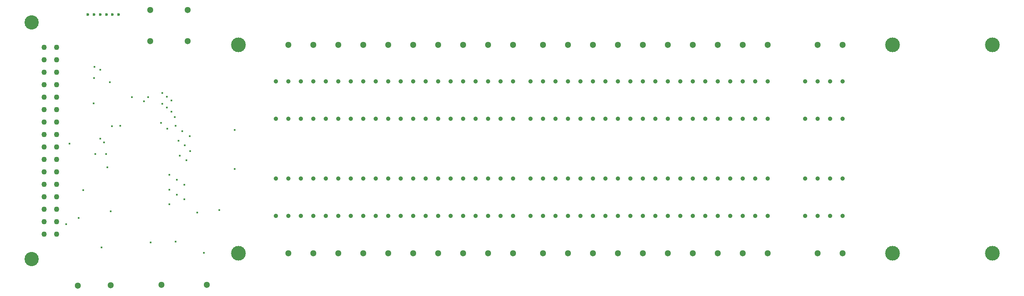
<source format=gbr>
%TF.GenerationSoftware,Altium Limited,Altium Designer,20.0.1 (14)*%
G04 Layer_Color=0*
%FSLAX25Y25*%
%MOIN*%
%TF.FileFunction,Plated,1,2,PTH,Drill*%
%TF.Part,Single*%
G01*
G75*
%TA.AperFunction,ComponentDrill*%
%ADD58C,0.03543*%
%ADD59C,0.05118*%
%ADD60C,0.05118*%
%ADD61C,0.11417*%
%ADD62C,0.04331*%
%ADD63C,0.02362*%
%TA.AperFunction,ViaDrill,NotFilled*%
%ADD64C,0.01575*%
%ADD65C,0.11811*%
D58*
X379724Y-57378D02*
D03*
X389724D02*
D03*
X379724Y-27378D02*
D03*
X389724D02*
D03*
X409724D02*
D03*
X399724D02*
D03*
X409724Y-57378D02*
D03*
X399724D02*
D03*
X419724D02*
D03*
X429724D02*
D03*
X419724Y-27378D02*
D03*
X429724D02*
D03*
X449724D02*
D03*
X439724D02*
D03*
X449724Y-57378D02*
D03*
X439724D02*
D03*
X459724D02*
D03*
X469724D02*
D03*
X459724Y-27378D02*
D03*
X469724D02*
D03*
X489724D02*
D03*
X479724D02*
D03*
X489724Y-57378D02*
D03*
X479724D02*
D03*
X499724D02*
D03*
X509724D02*
D03*
X499724Y-27378D02*
D03*
X509724D02*
D03*
X529724D02*
D03*
X519724D02*
D03*
X529724Y-57378D02*
D03*
X519724D02*
D03*
X539724D02*
D03*
X549724D02*
D03*
X539724Y-27378D02*
D03*
X549724D02*
D03*
X569724D02*
D03*
X559724D02*
D03*
X569724Y-57378D02*
D03*
X559724D02*
D03*
X175787D02*
D03*
X185787D02*
D03*
X175787Y-27378D02*
D03*
X185787D02*
D03*
X205787D02*
D03*
X195787D02*
D03*
X205787Y-57378D02*
D03*
X195787D02*
D03*
X215787D02*
D03*
X225787D02*
D03*
X215787Y-27378D02*
D03*
X225787D02*
D03*
X245787D02*
D03*
X235787D02*
D03*
X245787Y-57378D02*
D03*
X235787D02*
D03*
X255787D02*
D03*
X265787D02*
D03*
X255787Y-27378D02*
D03*
X265787D02*
D03*
X285787D02*
D03*
X275787D02*
D03*
X285787Y-57378D02*
D03*
X275787D02*
D03*
X295787D02*
D03*
X305787D02*
D03*
X295787Y-27378D02*
D03*
X305787D02*
D03*
X325787D02*
D03*
X315787D02*
D03*
X325787Y-57378D02*
D03*
X315787D02*
D03*
X335787D02*
D03*
X345787D02*
D03*
X335787Y-27378D02*
D03*
X345787D02*
D03*
X365787D02*
D03*
X355787D02*
D03*
X365787Y-57378D02*
D03*
X355787D02*
D03*
X389724Y-105378D02*
D03*
X379724D02*
D03*
X389724Y-135378D02*
D03*
X379724D02*
D03*
X399724D02*
D03*
X409724D02*
D03*
X399724Y-105378D02*
D03*
X409724D02*
D03*
X429724D02*
D03*
X419724D02*
D03*
X429724Y-135378D02*
D03*
X419724D02*
D03*
X439724D02*
D03*
X449724D02*
D03*
X439724Y-105378D02*
D03*
X449724D02*
D03*
X469724D02*
D03*
X459724D02*
D03*
X469724Y-135378D02*
D03*
X459724D02*
D03*
X479724D02*
D03*
X489724D02*
D03*
X479724Y-105378D02*
D03*
X489724D02*
D03*
X509724D02*
D03*
X499724D02*
D03*
X509724Y-135378D02*
D03*
X499724D02*
D03*
X519724D02*
D03*
X529724D02*
D03*
X519724Y-105378D02*
D03*
X529724D02*
D03*
X549724D02*
D03*
X539724D02*
D03*
X549724Y-135378D02*
D03*
X539724D02*
D03*
X559724D02*
D03*
X569724D02*
D03*
X559724Y-105378D02*
D03*
X569724D02*
D03*
X185787D02*
D03*
X175787D02*
D03*
X185787Y-135378D02*
D03*
X175787D02*
D03*
X195787D02*
D03*
X205787D02*
D03*
X195787Y-105378D02*
D03*
X205787D02*
D03*
X225787D02*
D03*
X215787D02*
D03*
X225787Y-135378D02*
D03*
X215787D02*
D03*
X235787D02*
D03*
X245787D02*
D03*
X235787Y-105378D02*
D03*
X245787D02*
D03*
X265787D02*
D03*
X255787D02*
D03*
X265787Y-135378D02*
D03*
X255787D02*
D03*
X275787D02*
D03*
X285787D02*
D03*
X275787Y-105378D02*
D03*
X285787D02*
D03*
X305787D02*
D03*
X295787D02*
D03*
X305787Y-135378D02*
D03*
X295787D02*
D03*
X315787D02*
D03*
X325787D02*
D03*
X315787Y-105378D02*
D03*
X325787D02*
D03*
X345787D02*
D03*
X335787D02*
D03*
X345787Y-135378D02*
D03*
X335787D02*
D03*
X355787D02*
D03*
X365787D02*
D03*
X355787Y-105378D02*
D03*
X365787D02*
D03*
X599724Y-57378D02*
D03*
X609724D02*
D03*
X599724Y-27378D02*
D03*
X609724D02*
D03*
X629724D02*
D03*
X619724D02*
D03*
X629724Y-57378D02*
D03*
X619724D02*
D03*
X609724Y-105378D02*
D03*
X599724D02*
D03*
X609724Y-135378D02*
D03*
X599724D02*
D03*
X619724D02*
D03*
X629724D02*
D03*
X619724Y-105378D02*
D03*
X629724D02*
D03*
D59*
X105000Y5000D02*
D03*
X83987Y-190678D02*
D03*
X17087Y-191378D02*
D03*
X629724Y1945D02*
D03*
X609724D02*
D03*
X629724Y-165378D02*
D03*
X609724D02*
D03*
X569724Y1945D02*
D03*
X549724D02*
D03*
X529724D02*
D03*
X509724D02*
D03*
X489724D02*
D03*
X469724D02*
D03*
X449724D02*
D03*
X429724D02*
D03*
X409724D02*
D03*
X389724D02*
D03*
X185787D02*
D03*
X205787D02*
D03*
X225787D02*
D03*
X245787D02*
D03*
X265787D02*
D03*
X285787D02*
D03*
X305787D02*
D03*
X325787D02*
D03*
X345787D02*
D03*
X365787D02*
D03*
X389724Y-165378D02*
D03*
X409724D02*
D03*
X429724D02*
D03*
X449724D02*
D03*
X469724D02*
D03*
X489724D02*
D03*
X509724D02*
D03*
X529724D02*
D03*
X549724D02*
D03*
X569724D02*
D03*
X365787D02*
D03*
X345787D02*
D03*
X325787D02*
D03*
X305787D02*
D03*
X285787D02*
D03*
X265787D02*
D03*
X245787D02*
D03*
X225787D02*
D03*
X205787D02*
D03*
X185787D02*
D03*
D60*
X75000Y5000D02*
D03*
X105000Y30000D02*
D03*
X75000D02*
D03*
X120287Y-190678D02*
D03*
X43387Y-190778D02*
D03*
D61*
X-20000Y20000D02*
D03*
Y-170000D02*
D03*
D62*
X-10000Y0D02*
D03*
Y-10000D02*
D03*
Y-20000D02*
D03*
Y-30000D02*
D03*
Y-40000D02*
D03*
Y-50000D02*
D03*
Y-60000D02*
D03*
Y-70000D02*
D03*
Y-80000D02*
D03*
Y-90000D02*
D03*
Y-100000D02*
D03*
Y-110000D02*
D03*
Y-120000D02*
D03*
Y-130000D02*
D03*
Y-140000D02*
D03*
Y-150000D02*
D03*
X0Y0D02*
D03*
Y-10000D02*
D03*
Y-20000D02*
D03*
Y-30000D02*
D03*
Y-40000D02*
D03*
Y-50000D02*
D03*
Y-60000D02*
D03*
Y-70000D02*
D03*
Y-80000D02*
D03*
Y-90000D02*
D03*
Y-100000D02*
D03*
Y-110000D02*
D03*
Y-120000D02*
D03*
Y-130000D02*
D03*
Y-140000D02*
D03*
Y-150000D02*
D03*
D63*
X25166Y26522D02*
D03*
X30087D02*
D03*
X35009D02*
D03*
X39930D02*
D03*
X44851D02*
D03*
X49772D02*
D03*
D64*
X95400Y-156000D02*
D03*
X118000Y-164900D02*
D03*
X142871Y-97538D02*
D03*
Y-66142D02*
D03*
X42800Y-27900D02*
D03*
X60400Y-40100D02*
D03*
X106900Y-71400D02*
D03*
X75500Y-156500D02*
D03*
X36000Y-160500D02*
D03*
X43300Y-131700D02*
D03*
X39661Y-85700D02*
D03*
X38200Y-76400D02*
D03*
X40700Y-96200D02*
D03*
X31000Y-85700D02*
D03*
X10500Y-77400D02*
D03*
X35100Y-73400D02*
D03*
X35200Y-17800D02*
D03*
X30000Y-24600D02*
D03*
X29900Y-45100D02*
D03*
X30500Y-15601D02*
D03*
X51000Y-62900D02*
D03*
X44400Y-63300D02*
D03*
X70100Y-43400D02*
D03*
X73500Y-40100D02*
D03*
X94660Y-55900D02*
D03*
X92000Y-51500D02*
D03*
X88553Y-48400D02*
D03*
X84596Y-45400D02*
D03*
X91988Y-42494D02*
D03*
X88400Y-39600D02*
D03*
X84800Y-36500D02*
D03*
X97744Y-75050D02*
D03*
X100820Y-67312D02*
D03*
X102650Y-78650D02*
D03*
X95402Y-63000D02*
D03*
X107116Y-83310D02*
D03*
X103988Y-90469D02*
D03*
X88600Y-65200D02*
D03*
X83700Y-60600D02*
D03*
X112600Y-132700D02*
D03*
X96457Y-118110D02*
D03*
X102362Y-122047D02*
D03*
X90551Y-114173D02*
D03*
X102362Y-110236D02*
D03*
X96457Y-106299D02*
D03*
X90551Y-102362D02*
D03*
X98616Y-86869D02*
D03*
X90551Y-125984D02*
D03*
X130500Y-130500D02*
D03*
X21300Y-114500D02*
D03*
X17636Y-137100D02*
D03*
X7800Y-142100D02*
D03*
D65*
X749724Y1945D02*
D03*
Y-165378D02*
D03*
X145787Y1945D02*
D03*
X145787Y-165378D02*
D03*
X669724D02*
D03*
Y1945D02*
D03*
%TF.MD5,0468df83b5123d6ebfdbeff63edfa0f7*%
M02*

</source>
